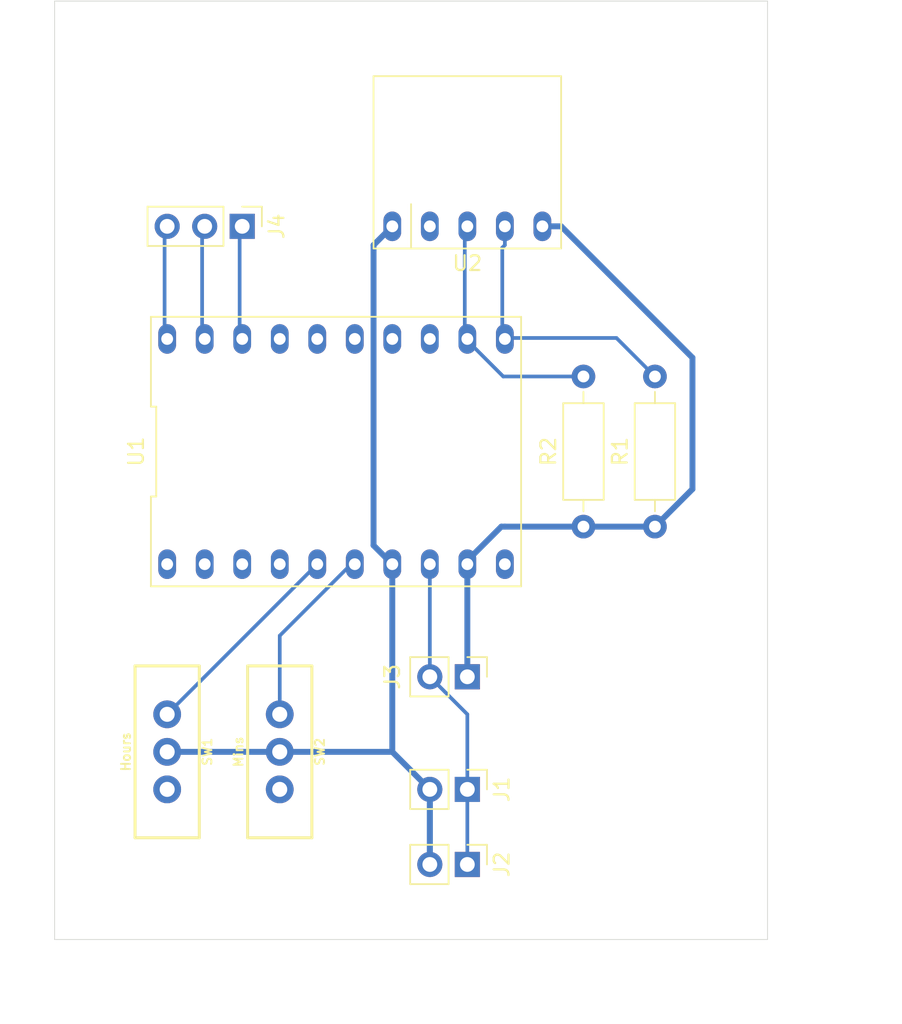
<source format=kicad_pcb>
(kicad_pcb (version 20171130) (host pcbnew 5.1.12-5.1.12)

  (general
    (thickness 1.6)
    (drawings 30)
    (tracks 43)
    (zones 0)
    (modules 10)
    (nets 24)
  )

  (page User 210.007 148.006)
  (layers
    (0 F.Cu signal)
    (31 B.Cu signal)
    (32 B.Adhes user)
    (33 F.Adhes user)
    (34 B.Paste user)
    (35 F.Paste user)
    (36 B.SilkS user)
    (37 F.SilkS user)
    (38 B.Mask user)
    (39 F.Mask user)
    (40 Dwgs.User user)
    (41 Cmts.User user)
    (42 Eco1.User user)
    (43 Eco2.User user)
    (44 Edge.Cuts user)
    (45 Margin user)
    (46 B.CrtYd user)
    (47 F.CrtYd user)
    (48 B.Fab user)
    (49 F.Fab user hide)
  )

  (setup
    (last_trace_width 0.25)
    (trace_clearance 0.2)
    (zone_clearance 0.508)
    (zone_45_only no)
    (trace_min 0.2)
    (via_size 0.8)
    (via_drill 0.4)
    (via_min_size 0.4)
    (via_min_drill 0.3)
    (uvia_size 0.3)
    (uvia_drill 0.1)
    (uvias_allowed no)
    (uvia_min_size 0.2)
    (uvia_min_drill 0.1)
    (edge_width 0.05)
    (segment_width 0.2)
    (pcb_text_width 0.3)
    (pcb_text_size 1.5 1.5)
    (mod_edge_width 0.12)
    (mod_text_size 1 1)
    (mod_text_width 0.15)
    (pad_size 1.524 1.524)
    (pad_drill 0.762)
    (pad_to_mask_clearance 0)
    (aux_axis_origin 0 0)
    (visible_elements FFFFFF7F)
    (pcbplotparams
      (layerselection 0x010fc_ffffffff)
      (usegerberextensions false)
      (usegerberattributes true)
      (usegerberadvancedattributes true)
      (creategerberjobfile true)
      (excludeedgelayer true)
      (linewidth 0.100000)
      (plotframeref false)
      (viasonmask false)
      (mode 1)
      (useauxorigin false)
      (hpglpennumber 1)
      (hpglpenspeed 20)
      (hpglpendiameter 15.000000)
      (psnegative false)
      (psa4output false)
      (plotreference true)
      (plotvalue true)
      (plotinvisibletext false)
      (padsonsilk false)
      (subtractmaskfromsilk false)
      (outputformat 1)
      (mirror false)
      (drillshape 1)
      (scaleselection 1)
      (outputdirectory ""))
  )

  (net 0 "")
  (net 1 GND)
  (net 2 "Net-(U1-Pad10)")
  (net 3 "Net-(U1-Pad13)")
  (net 4 "Net-(U1-Pad14)")
  (net 5 "Net-(U1-Pad15)")
  (net 6 "Net-(U1-Pad16)")
  (net 7 "Net-(U1-Pad4)")
  (net 8 "Net-(U1-Pad17)")
  (net 9 "Net-(U1-Pad3)")
  (net 10 "Net-(U1-Pad2)")
  (net 11 "Net-(U1-Pad1)")
  (net 12 "Net-(R1-Pad2)")
  (net 13 "Net-(R2-Pad2)")
  (net 14 "Net-(U2-Pad2)")
  (net 15 "Net-(SW1-Pad3)")
  (net 16 "Net-(SW1-Pad1)")
  (net 17 "Net-(SW2-Pad3)")
  (net 18 "Net-(SW2-Pad1)")
  (net 19 "Net-(J1-Pad1)")
  (net 20 VCC)
  (net 21 "Net-(J4-Pad3)")
  (net 22 "Net-(J4-Pad2)")
  (net 23 "Net-(J4-Pad1)")

  (net_class Default "This is the default net class."
    (clearance 0.2)
    (trace_width 0.25)
    (via_dia 0.8)
    (via_drill 0.4)
    (uvia_dia 0.3)
    (uvia_drill 0.1)
    (add_net "Net-(J1-Pad1)")
    (add_net "Net-(J4-Pad1)")
    (add_net "Net-(J4-Pad2)")
    (add_net "Net-(J4-Pad3)")
    (add_net "Net-(R1-Pad2)")
    (add_net "Net-(R2-Pad2)")
    (add_net "Net-(SW1-Pad1)")
    (add_net "Net-(SW1-Pad3)")
    (add_net "Net-(SW2-Pad1)")
    (add_net "Net-(SW2-Pad3)")
    (add_net "Net-(U1-Pad1)")
    (add_net "Net-(U1-Pad10)")
    (add_net "Net-(U1-Pad13)")
    (add_net "Net-(U1-Pad14)")
    (add_net "Net-(U1-Pad16)")
    (add_net "Net-(U1-Pad17)")
    (add_net "Net-(U1-Pad2)")
    (add_net "Net-(U1-Pad3)")
    (add_net "Net-(U1-Pad4)")
    (add_net "Net-(U2-Pad2)")
  )

  (net_class POWER ""
    (clearance 0.2)
    (trace_width 0.4)
    (via_dia 0.8)
    (via_drill 0.4)
    (uvia_dia 0.3)
    (uvia_drill 0.1)
    (add_net GND)
    (add_net "Net-(U1-Pad15)")
    (add_net VCC)
  )

  (module Ken:DS3231_Module (layer F.Cu) (tedit 620F349E) (tstamp 6215123D)
    (at 106.68 43.18)
    (path /6214C2D8)
    (fp_text reference U2 (at 0 2.5) (layer F.SilkS)
      (effects (font (size 1 1) (thickness 0.15)))
    )
    (fp_text value DS3231Module (at 0 -2.5) (layer F.Fab)
      (effects (font (size 1 1) (thickness 0.15)))
    )
    (fp_line (start -6.35 -10.16) (end 6.35 -10.16) (layer F.SilkS) (width 0.12))
    (fp_line (start 6.35 -10.16) (end 6.35 1.5) (layer F.SilkS) (width 0.12))
    (fp_line (start 6.35 1.5) (end -6.35 1.5) (layer F.SilkS) (width 0.12))
    (fp_line (start -6.35 1.5) (end -6.35 -10.16) (layer F.SilkS) (width 0.12))
    (fp_line (start -3.81 -1.5) (end -3.81 1.5) (layer F.SilkS) (width 0.12))
    (fp_line (start -5.93 -1.25) (end 5.93 -1.25) (layer F.CrtYd) (width 0.05))
    (fp_line (start 5.93 -1.25) (end 5.93 1.25) (layer F.CrtYd) (width 0.05))
    (fp_line (start 5.93 1.25) (end -5.93 1.25) (layer F.CrtYd) (width 0.05))
    (fp_line (start -5.93 1.25) (end -5.93 -1.25) (layer F.CrtYd) (width 0.05))
    (pad 5 thru_hole oval (at 5.08 0) (size 1.2 2) (drill 0.8) (layers *.Cu *.Mask)
      (net 20 VCC))
    (pad 4 thru_hole oval (at 2.54 0) (size 1.2 2) (drill 0.8) (layers *.Cu *.Mask)
      (net 12 "Net-(R1-Pad2)"))
    (pad 3 thru_hole oval (at 0 0) (size 1.2 2) (drill 0.8) (layers *.Cu *.Mask)
      (net 13 "Net-(R2-Pad2)"))
    (pad 2 thru_hole oval (at -2.54 0) (size 1.2 2) (drill 0.8) (layers *.Cu *.Mask)
      (net 14 "Net-(U2-Pad2)"))
    (pad 1 thru_hole oval (at -5.08 0) (size 1.2 2) (drill 0.8) (layers *.Cu *.Mask)
      (net 1 GND))
  )

  (module Ken:DIP-20_600_ELL (layer F.Cu) (tedit 0) (tstamp 62150D18)
    (at 97.79 58.42)
    (path /6214C009)
    (fp_text reference U1 (at -13.53 0 90) (layer F.SilkS)
      (effects (font (size 1 1) (thickness 0.15)))
    )
    (fp_text value STM8Module (at 0 0) (layer F.Fab)
      (effects (font (size 1 1) (thickness 0.15)))
    )
    (fp_line (start -12.28 8.87) (end -12.28 -8.87) (layer F.CrtYd) (width 0.05))
    (fp_line (start 12.28 8.87) (end -12.28 8.87) (layer F.CrtYd) (width 0.05))
    (fp_line (start 12.28 -8.87) (end 12.28 8.87) (layer F.CrtYd) (width 0.05))
    (fp_line (start -12.28 -8.87) (end 12.28 -8.87) (layer F.CrtYd) (width 0.05))
    (fp_line (start -12.53 3.039999) (end -12.53 9.12) (layer F.SilkS) (width 0.12))
    (fp_line (start -12.17 3.039999) (end -12.53 3.039999) (layer F.SilkS) (width 0.12))
    (fp_line (start -12.17 -3.04) (end -12.17 3.039999) (layer F.SilkS) (width 0.12))
    (fp_line (start -12.53 -3.04) (end -12.17 -3.04) (layer F.SilkS) (width 0.12))
    (fp_line (start -12.53 -9.12) (end -12.53 -3.04) (layer F.SilkS) (width 0.12))
    (fp_line (start 12.53 -9.12) (end -12.53 -9.12) (layer F.SilkS) (width 0.12))
    (fp_line (start 12.53 9.12) (end 12.53 -9.12) (layer F.SilkS) (width 0.12))
    (fp_line (start -12.53 9.12) (end 12.53 9.12) (layer F.SilkS) (width 0.12))
    (pad 10 thru_hole oval (at 11.43 7.62) (size 1.2 2) (drill 0.8) (layers *.Cu *.Mask)
      (net 2 "Net-(U1-Pad10)"))
    (pad 11 thru_hole oval (at 11.43 -7.62) (size 1.2 2) (drill 0.8) (layers *.Cu *.Mask)
      (net 12 "Net-(R1-Pad2)"))
    (pad 9 thru_hole oval (at 8.89 7.62) (size 1.2 2) (drill 0.8) (layers *.Cu *.Mask)
      (net 20 VCC))
    (pad 12 thru_hole oval (at 8.89 -7.62) (size 1.2 2) (drill 0.8) (layers *.Cu *.Mask)
      (net 13 "Net-(R2-Pad2)"))
    (pad 8 thru_hole oval (at 6.35 7.62) (size 1.2 2) (drill 0.8) (layers *.Cu *.Mask)
      (net 19 "Net-(J1-Pad1)"))
    (pad 13 thru_hole oval (at 6.35 -7.62) (size 1.2 2) (drill 0.8) (layers *.Cu *.Mask)
      (net 3 "Net-(U1-Pad13)"))
    (pad 7 thru_hole oval (at 3.81 7.62) (size 1.2 2) (drill 0.8) (layers *.Cu *.Mask)
      (net 1 GND))
    (pad 14 thru_hole oval (at 3.81 -7.62) (size 1.2 2) (drill 0.8) (layers *.Cu *.Mask)
      (net 4 "Net-(U1-Pad14)"))
    (pad 6 thru_hole oval (at 1.27 7.62) (size 1.2 2) (drill 0.8) (layers *.Cu *.Mask)
      (net 17 "Net-(SW2-Pad3)"))
    (pad 15 thru_hole oval (at 1.27 -7.62) (size 1.2 2) (drill 0.8) (layers *.Cu *.Mask)
      (net 5 "Net-(U1-Pad15)"))
    (pad 5 thru_hole oval (at -1.27 7.62) (size 1.2 2) (drill 0.8) (layers *.Cu *.Mask)
      (net 15 "Net-(SW1-Pad3)"))
    (pad 16 thru_hole oval (at -1.27 -7.62) (size 1.2 2) (drill 0.8) (layers *.Cu *.Mask)
      (net 6 "Net-(U1-Pad16)"))
    (pad 4 thru_hole oval (at -3.81 7.62) (size 1.2 2) (drill 0.8) (layers *.Cu *.Mask)
      (net 7 "Net-(U1-Pad4)"))
    (pad 17 thru_hole oval (at -3.81 -7.62) (size 1.2 2) (drill 0.8) (layers *.Cu *.Mask)
      (net 8 "Net-(U1-Pad17)"))
    (pad 3 thru_hole oval (at -6.35 7.62) (size 1.2 2) (drill 0.8) (layers *.Cu *.Mask)
      (net 9 "Net-(U1-Pad3)"))
    (pad 18 thru_hole oval (at -6.35 -7.62) (size 1.2 2) (drill 0.8) (layers *.Cu *.Mask)
      (net 23 "Net-(J4-Pad1)"))
    (pad 2 thru_hole oval (at -8.89 7.62) (size 1.2 2) (drill 0.8) (layers *.Cu *.Mask)
      (net 10 "Net-(U1-Pad2)"))
    (pad 19 thru_hole oval (at -8.89 -7.62) (size 1.2 2) (drill 0.8) (layers *.Cu *.Mask)
      (net 22 "Net-(J4-Pad2)"))
    (pad 1 thru_hole oval (at -11.43 7.62) (size 1.2 2) (drill 0.8) (layers *.Cu *.Mask)
      (net 11 "Net-(U1-Pad1)"))
    (pad 20 thru_hole oval (at -11.43 -7.62) (size 1.2 2) (drill 0.8) (layers *.Cu *.Mask)
      (net 21 "Net-(J4-Pad3)"))
  )

  (module Connector_PinHeader_2.54mm:PinHeader_1x03_P2.54mm_Vertical (layer F.Cu) (tedit 59FED5CC) (tstamp 620C201D)
    (at 91.44 43.18 270)
    (descr "Through hole straight pin header, 1x03, 2.54mm pitch, single row")
    (tags "Through hole pin header THT 1x03 2.54mm single row")
    (path /620C664D)
    (fp_text reference J4 (at 0 -2.33 90) (layer F.SilkS)
      (effects (font (size 1 1) (thickness 0.15)))
    )
    (fp_text value "SR display" (at 0 7.41 90) (layer F.Fab)
      (effects (font (size 1 1) (thickness 0.15)))
    )
    (fp_line (start -0.635 -1.27) (end 1.27 -1.27) (layer F.Fab) (width 0.1))
    (fp_line (start 1.27 -1.27) (end 1.27 6.35) (layer F.Fab) (width 0.1))
    (fp_line (start 1.27 6.35) (end -1.27 6.35) (layer F.Fab) (width 0.1))
    (fp_line (start -1.27 6.35) (end -1.27 -0.635) (layer F.Fab) (width 0.1))
    (fp_line (start -1.27 -0.635) (end -0.635 -1.27) (layer F.Fab) (width 0.1))
    (fp_line (start -1.33 6.41) (end 1.33 6.41) (layer F.SilkS) (width 0.12))
    (fp_line (start -1.33 1.27) (end -1.33 6.41) (layer F.SilkS) (width 0.12))
    (fp_line (start 1.33 1.27) (end 1.33 6.41) (layer F.SilkS) (width 0.12))
    (fp_line (start -1.33 1.27) (end 1.33 1.27) (layer F.SilkS) (width 0.12))
    (fp_line (start -1.33 0) (end -1.33 -1.33) (layer F.SilkS) (width 0.12))
    (fp_line (start -1.33 -1.33) (end 0 -1.33) (layer F.SilkS) (width 0.12))
    (fp_line (start -1.8 -1.8) (end -1.8 6.85) (layer F.CrtYd) (width 0.05))
    (fp_line (start -1.8 6.85) (end 1.8 6.85) (layer F.CrtYd) (width 0.05))
    (fp_line (start 1.8 6.85) (end 1.8 -1.8) (layer F.CrtYd) (width 0.05))
    (fp_line (start 1.8 -1.8) (end -1.8 -1.8) (layer F.CrtYd) (width 0.05))
    (fp_text user %R (at 0 2.54) (layer F.Fab)
      (effects (font (size 1 1) (thickness 0.15)))
    )
    (pad 3 thru_hole oval (at 0 5.08 270) (size 1.7 1.7) (drill 1) (layers *.Cu *.Mask)
      (net 21 "Net-(J4-Pad3)"))
    (pad 2 thru_hole oval (at 0 2.54 270) (size 1.7 1.7) (drill 1) (layers *.Cu *.Mask)
      (net 22 "Net-(J4-Pad2)"))
    (pad 1 thru_hole rect (at 0 0 270) (size 1.7 1.7) (drill 1) (layers *.Cu *.Mask)
      (net 23 "Net-(J4-Pad1)"))
    (model ${KISYS3DMOD}/Connector_PinHeader_2.54mm.3dshapes/PinHeader_1x03_P2.54mm_Vertical.wrl
      (at (xyz 0 0 0))
      (scale (xyz 1 1 1))
      (rotate (xyz 0 0 0))
    )
  )

  (module Connector_PinHeader_2.54mm:PinHeader_1x02_P2.54mm_Vertical (layer F.Cu) (tedit 59FED5CC) (tstamp 6211BEC9)
    (at 106.68 86.36 270)
    (descr "Through hole straight pin header, 1x02, 2.54mm pitch, single row")
    (tags "Through hole pin header THT 1x02 2.54mm single row")
    (path /6211BE04)
    (fp_text reference J2 (at 0 -2.33 90) (layer F.SilkS)
      (effects (font (size 1 1) (thickness 0.15)))
    )
    (fp_text value Power (at 0 4.87 90) (layer F.Fab)
      (effects (font (size 1 1) (thickness 0.15)))
    )
    (fp_line (start -0.635 -1.27) (end 1.27 -1.27) (layer F.Fab) (width 0.1))
    (fp_line (start 1.27 -1.27) (end 1.27 3.81) (layer F.Fab) (width 0.1))
    (fp_line (start 1.27 3.81) (end -1.27 3.81) (layer F.Fab) (width 0.1))
    (fp_line (start -1.27 3.81) (end -1.27 -0.635) (layer F.Fab) (width 0.1))
    (fp_line (start -1.27 -0.635) (end -0.635 -1.27) (layer F.Fab) (width 0.1))
    (fp_line (start -1.33 3.87) (end 1.33 3.87) (layer F.SilkS) (width 0.12))
    (fp_line (start -1.33 1.27) (end -1.33 3.87) (layer F.SilkS) (width 0.12))
    (fp_line (start 1.33 1.27) (end 1.33 3.87) (layer F.SilkS) (width 0.12))
    (fp_line (start -1.33 1.27) (end 1.33 1.27) (layer F.SilkS) (width 0.12))
    (fp_line (start -1.33 0) (end -1.33 -1.33) (layer F.SilkS) (width 0.12))
    (fp_line (start -1.33 -1.33) (end 0 -1.33) (layer F.SilkS) (width 0.12))
    (fp_line (start -1.8 -1.8) (end -1.8 4.35) (layer F.CrtYd) (width 0.05))
    (fp_line (start -1.8 4.35) (end 1.8 4.35) (layer F.CrtYd) (width 0.05))
    (fp_line (start 1.8 4.35) (end 1.8 -1.8) (layer F.CrtYd) (width 0.05))
    (fp_line (start 1.8 -1.8) (end -1.8 -1.8) (layer F.CrtYd) (width 0.05))
    (fp_text user %R (at 0 1.27) (layer F.Fab)
      (effects (font (size 1 1) (thickness 0.15)))
    )
    (pad 2 thru_hole oval (at 0 2.54 270) (size 1.7 1.7) (drill 1) (layers *.Cu *.Mask)
      (net 1 GND))
    (pad 1 thru_hole rect (at 0 0 270) (size 1.7 1.7) (drill 1) (layers *.Cu *.Mask)
      (net 19 "Net-(J1-Pad1)"))
    (model ${KISYS3DMOD}/Connector_PinHeader_2.54mm.3dshapes/PinHeader_1x02_P2.54mm_Vertical.wrl
      (at (xyz 0 0 0))
      (scale (xyz 1 1 1))
      (rotate (xyz 0 0 0))
    )
  )

  (module Connector_PinHeader_2.54mm:PinHeader_1x02_P2.54mm_Vertical (layer F.Cu) (tedit 59FED5CC) (tstamp 620FA116)
    (at 106.68 81.28 270)
    (descr "Through hole straight pin header, 1x02, 2.54mm pitch, single row")
    (tags "Through hole pin header THT 1x02 2.54mm single row")
    (path /620FBC65)
    (fp_text reference J1 (at 0 -2.33 90) (layer F.SilkS)
      (effects (font (size 1 1) (thickness 0.15)))
    )
    (fp_text value Power (at 0 4.87 90) (layer F.Fab)
      (effects (font (size 1 1) (thickness 0.15)))
    )
    (fp_line (start -0.635 -1.27) (end 1.27 -1.27) (layer F.Fab) (width 0.1))
    (fp_line (start 1.27 -1.27) (end 1.27 3.81) (layer F.Fab) (width 0.1))
    (fp_line (start 1.27 3.81) (end -1.27 3.81) (layer F.Fab) (width 0.1))
    (fp_line (start -1.27 3.81) (end -1.27 -0.635) (layer F.Fab) (width 0.1))
    (fp_line (start -1.27 -0.635) (end -0.635 -1.27) (layer F.Fab) (width 0.1))
    (fp_line (start -1.33 3.87) (end 1.33 3.87) (layer F.SilkS) (width 0.12))
    (fp_line (start -1.33 1.27) (end -1.33 3.87) (layer F.SilkS) (width 0.12))
    (fp_line (start 1.33 1.27) (end 1.33 3.87) (layer F.SilkS) (width 0.12))
    (fp_line (start -1.33 1.27) (end 1.33 1.27) (layer F.SilkS) (width 0.12))
    (fp_line (start -1.33 0) (end -1.33 -1.33) (layer F.SilkS) (width 0.12))
    (fp_line (start -1.33 -1.33) (end 0 -1.33) (layer F.SilkS) (width 0.12))
    (fp_line (start -1.8 -1.8) (end -1.8 4.35) (layer F.CrtYd) (width 0.05))
    (fp_line (start -1.8 4.35) (end 1.8 4.35) (layer F.CrtYd) (width 0.05))
    (fp_line (start 1.8 4.35) (end 1.8 -1.8) (layer F.CrtYd) (width 0.05))
    (fp_line (start 1.8 -1.8) (end -1.8 -1.8) (layer F.CrtYd) (width 0.05))
    (fp_text user %R (at 0 1.27) (layer F.Fab)
      (effects (font (size 1 1) (thickness 0.15)))
    )
    (pad 2 thru_hole oval (at 0 2.54 270) (size 1.7 1.7) (drill 1) (layers *.Cu *.Mask)
      (net 1 GND))
    (pad 1 thru_hole rect (at 0 0 270) (size 1.7 1.7) (drill 1) (layers *.Cu *.Mask)
      (net 19 "Net-(J1-Pad1)"))
    (model ${KISYS3DMOD}/Connector_PinHeader_2.54mm.3dshapes/PinHeader_1x02_P2.54mm_Vertical.wrl
      (at (xyz 0 0 0))
      (scale (xyz 1 1 1))
      (rotate (xyz 0 0 0))
    )
  )

  (module Switches:SWITCH_SPDT_PTH_11.6X4.0MM (layer F.Cu) (tedit 200000) (tstamp 620C1FD1)
    (at 93.98 78.74 180)
    (descr "SPDT PTH SLIDE SWITCH")
    (tags "SPDT PTH SLIDE SWITCH")
    (path /5E17111F)
    (attr virtual)
    (fp_text reference SW2 (at -2.7178 0 90) (layer F.SilkS)
      (effects (font (size 0.6096 0.6096) (thickness 0.127)))
    )
    (fp_text value Mins (at 2.794 0 90) (layer F.SilkS)
      (effects (font (size 0.6096 0.6096) (thickness 0.127)))
    )
    (fp_line (start 2.17424 5.81406) (end 2.17424 -5.81406) (layer F.SilkS) (width 0.2032))
    (fp_line (start -2.17424 5.81406) (end 2.17424 5.81406) (layer F.SilkS) (width 0.2032))
    (fp_line (start -2.17424 -5.81406) (end -2.17424 5.81406) (layer F.SilkS) (width 0.2032))
    (fp_line (start 2.17424 -5.81406) (end -2.17424 -5.81406) (layer F.SilkS) (width 0.2032))
    (pad 3 thru_hole circle (at 0 2.54 180) (size 1.8796 1.8796) (drill 1.016) (layers *.Cu *.Mask)
      (net 17 "Net-(SW2-Pad3)") (solder_mask_margin 0.1016))
    (pad 2 thru_hole circle (at 0 0 180) (size 1.8796 1.8796) (drill 1.016) (layers *.Cu *.Mask)
      (net 1 GND) (solder_mask_margin 0.1016))
    (pad 1 thru_hole circle (at 0 -2.54 180) (size 1.8796 1.8796) (drill 1.016) (layers *.Cu *.Mask)
      (net 18 "Net-(SW2-Pad1)") (solder_mask_margin 0.1016))
  )

  (module Switches:SWITCH_SPDT_PTH_11.6X4.0MM (layer F.Cu) (tedit 200000) (tstamp 620C1F41)
    (at 86.36 78.74 180)
    (descr "SPDT PTH SLIDE SWITCH")
    (tags "SPDT PTH SLIDE SWITCH")
    (path /5E170521)
    (attr virtual)
    (fp_text reference SW1 (at -2.7178 0 90) (layer F.SilkS)
      (effects (font (size 0.6096 0.6096) (thickness 0.127)))
    )
    (fp_text value Hours (at 2.794 0 90) (layer F.SilkS)
      (effects (font (size 0.6096 0.6096) (thickness 0.127)))
    )
    (fp_line (start 2.17424 5.81406) (end 2.17424 -5.81406) (layer F.SilkS) (width 0.2032))
    (fp_line (start -2.17424 5.81406) (end 2.17424 5.81406) (layer F.SilkS) (width 0.2032))
    (fp_line (start -2.17424 -5.81406) (end -2.17424 5.81406) (layer F.SilkS) (width 0.2032))
    (fp_line (start 2.17424 -5.81406) (end -2.17424 -5.81406) (layer F.SilkS) (width 0.2032))
    (pad 3 thru_hole circle (at 0 2.54 180) (size 1.8796 1.8796) (drill 1.016) (layers *.Cu *.Mask)
      (net 15 "Net-(SW1-Pad3)") (solder_mask_margin 0.1016))
    (pad 2 thru_hole circle (at 0 0 180) (size 1.8796 1.8796) (drill 1.016) (layers *.Cu *.Mask)
      (net 1 GND) (solder_mask_margin 0.1016))
    (pad 1 thru_hole circle (at 0 -2.54 180) (size 1.8796 1.8796) (drill 1.016) (layers *.Cu *.Mask)
      (net 16 "Net-(SW1-Pad1)") (solder_mask_margin 0.1016))
  )

  (module Resistor_THT:R_Axial_DIN0207_L6.3mm_D2.5mm_P10.16mm_Horizontal (layer F.Cu) (tedit 5AE5139B) (tstamp 620F9C5B)
    (at 114.54 63.5 90)
    (descr "Resistor, Axial_DIN0207 series, Axial, Horizontal, pin pitch=10.16mm, 0.25W = 1/4W, length*diameter=6.3*2.5mm^2, http://cdn-reichelt.de/documents/datenblatt/B400/1_4W%23YAG.pdf")
    (tags "Resistor Axial_DIN0207 series Axial Horizontal pin pitch 10.16mm 0.25W = 1/4W length 6.3mm diameter 2.5mm")
    (path /620F743A)
    (fp_text reference R2 (at 5.08 -2.37 90) (layer F.SilkS)
      (effects (font (size 1 1) (thickness 0.15)))
    )
    (fp_text value 4k7 (at 5.08 2.37 90) (layer F.Fab)
      (effects (font (size 1 1) (thickness 0.15)))
    )
    (fp_line (start 11.21 -1.5) (end -1.05 -1.5) (layer F.CrtYd) (width 0.05))
    (fp_line (start 11.21 1.5) (end 11.21 -1.5) (layer F.CrtYd) (width 0.05))
    (fp_line (start -1.05 1.5) (end 11.21 1.5) (layer F.CrtYd) (width 0.05))
    (fp_line (start -1.05 -1.5) (end -1.05 1.5) (layer F.CrtYd) (width 0.05))
    (fp_line (start 9.12 0) (end 8.35 0) (layer F.SilkS) (width 0.12))
    (fp_line (start 1.04 0) (end 1.81 0) (layer F.SilkS) (width 0.12))
    (fp_line (start 8.35 -1.37) (end 1.81 -1.37) (layer F.SilkS) (width 0.12))
    (fp_line (start 8.35 1.37) (end 8.35 -1.37) (layer F.SilkS) (width 0.12))
    (fp_line (start 1.81 1.37) (end 8.35 1.37) (layer F.SilkS) (width 0.12))
    (fp_line (start 1.81 -1.37) (end 1.81 1.37) (layer F.SilkS) (width 0.12))
    (fp_line (start 10.16 0) (end 8.23 0) (layer F.Fab) (width 0.1))
    (fp_line (start 0 0) (end 1.93 0) (layer F.Fab) (width 0.1))
    (fp_line (start 8.23 -1.25) (end 1.93 -1.25) (layer F.Fab) (width 0.1))
    (fp_line (start 8.23 1.25) (end 8.23 -1.25) (layer F.Fab) (width 0.1))
    (fp_line (start 1.93 1.25) (end 8.23 1.25) (layer F.Fab) (width 0.1))
    (fp_line (start 1.93 -1.25) (end 1.93 1.25) (layer F.Fab) (width 0.1))
    (fp_text user %R (at 5.08 0 90) (layer F.Fab)
      (effects (font (size 1 1) (thickness 0.15)))
    )
    (pad 2 thru_hole oval (at 10.16 0 90) (size 1.6 1.6) (drill 0.8) (layers *.Cu *.Mask)
      (net 13 "Net-(R2-Pad2)"))
    (pad 1 thru_hole circle (at 0 0 90) (size 1.6 1.6) (drill 0.8) (layers *.Cu *.Mask)
      (net 20 VCC))
    (model ${KISYS3DMOD}/Resistor_THT.3dshapes/R_Axial_DIN0207_L6.3mm_D2.5mm_P10.16mm_Horizontal.wrl
      (at (xyz 0 0 0))
      (scale (xyz 1 1 1))
      (rotate (xyz 0 0 0))
    )
  )

  (module Resistor_THT:R_Axial_DIN0207_L6.3mm_D2.5mm_P10.16mm_Horizontal (layer F.Cu) (tedit 5AE5139B) (tstamp 620F9EE5)
    (at 119.38 63.5 90)
    (descr "Resistor, Axial_DIN0207 series, Axial, Horizontal, pin pitch=10.16mm, 0.25W = 1/4W, length*diameter=6.3*2.5mm^2, http://cdn-reichelt.de/documents/datenblatt/B400/1_4W%23YAG.pdf")
    (tags "Resistor Axial_DIN0207 series Axial Horizontal pin pitch 10.16mm 0.25W = 1/4W length 6.3mm diameter 2.5mm")
    (path /620F73A3)
    (fp_text reference R1 (at 5.08 -2.37 90) (layer F.SilkS)
      (effects (font (size 1 1) (thickness 0.15)))
    )
    (fp_text value 4k7 (at 5.08 2.37 90) (layer F.Fab)
      (effects (font (size 1 1) (thickness 0.15)))
    )
    (fp_line (start 11.21 -1.5) (end -1.05 -1.5) (layer F.CrtYd) (width 0.05))
    (fp_line (start 11.21 1.5) (end 11.21 -1.5) (layer F.CrtYd) (width 0.05))
    (fp_line (start -1.05 1.5) (end 11.21 1.5) (layer F.CrtYd) (width 0.05))
    (fp_line (start -1.05 -1.5) (end -1.05 1.5) (layer F.CrtYd) (width 0.05))
    (fp_line (start 9.12 0) (end 8.35 0) (layer F.SilkS) (width 0.12))
    (fp_line (start 1.04 0) (end 1.81 0) (layer F.SilkS) (width 0.12))
    (fp_line (start 8.35 -1.37) (end 1.81 -1.37) (layer F.SilkS) (width 0.12))
    (fp_line (start 8.35 1.37) (end 8.35 -1.37) (layer F.SilkS) (width 0.12))
    (fp_line (start 1.81 1.37) (end 8.35 1.37) (layer F.SilkS) (width 0.12))
    (fp_line (start 1.81 -1.37) (end 1.81 1.37) (layer F.SilkS) (width 0.12))
    (fp_line (start 10.16 0) (end 8.23 0) (layer F.Fab) (width 0.1))
    (fp_line (start 0 0) (end 1.93 0) (layer F.Fab) (width 0.1))
    (fp_line (start 8.23 -1.25) (end 1.93 -1.25) (layer F.Fab) (width 0.1))
    (fp_line (start 8.23 1.25) (end 8.23 -1.25) (layer F.Fab) (width 0.1))
    (fp_line (start 1.93 1.25) (end 8.23 1.25) (layer F.Fab) (width 0.1))
    (fp_line (start 1.93 -1.25) (end 1.93 1.25) (layer F.Fab) (width 0.1))
    (fp_text user %R (at 5.08 0 90) (layer F.Fab)
      (effects (font (size 1 1) (thickness 0.15)))
    )
    (pad 2 thru_hole oval (at 10.16 0 90) (size 1.6 1.6) (drill 0.8) (layers *.Cu *.Mask)
      (net 12 "Net-(R1-Pad2)"))
    (pad 1 thru_hole circle (at 0 0 90) (size 1.6 1.6) (drill 0.8) (layers *.Cu *.Mask)
      (net 20 VCC))
    (model ${KISYS3DMOD}/Resistor_THT.3dshapes/R_Axial_DIN0207_L6.3mm_D2.5mm_P10.16mm_Horizontal.wrl
      (at (xyz 0 0 0))
      (scale (xyz 1 1 1))
      (rotate (xyz 0 0 0))
    )
  )

  (module Connector_PinHeader_2.54mm:PinHeader_1x02_P2.54mm_Vertical (layer F.Cu) (tedit 59FED5CC) (tstamp 620C1F8C)
    (at 106.68 73.66 270)
    (descr "Through hole straight pin header, 1x02, 2.54mm pitch, single row")
    (tags "Through hole pin header THT 1x02 2.54mm single row")
    (path /5E29C6D2)
    (fp_text reference J3 (at 0 5.08 90) (layer F.SilkS)
      (effects (font (size 1 1) (thickness 0.15)))
    )
    (fp_text value "3V3 Bypass" (at 0 -5.08 90) (layer F.Fab)
      (effects (font (size 1 1) (thickness 0.15)))
    )
    (fp_line (start -0.635 -1.27) (end 1.27 -1.27) (layer F.Fab) (width 0.1))
    (fp_line (start 1.27 -1.27) (end 1.27 3.81) (layer F.Fab) (width 0.1))
    (fp_line (start 1.27 3.81) (end -1.27 3.81) (layer F.Fab) (width 0.1))
    (fp_line (start -1.27 3.81) (end -1.27 -0.635) (layer F.Fab) (width 0.1))
    (fp_line (start -1.27 -0.635) (end -0.635 -1.27) (layer F.Fab) (width 0.1))
    (fp_line (start -1.33 3.87) (end 1.33 3.87) (layer F.SilkS) (width 0.12))
    (fp_line (start -1.33 1.27) (end -1.33 3.87) (layer F.SilkS) (width 0.12))
    (fp_line (start 1.33 1.27) (end 1.33 3.87) (layer F.SilkS) (width 0.12))
    (fp_line (start -1.33 1.27) (end 1.33 1.27) (layer F.SilkS) (width 0.12))
    (fp_line (start -1.33 0) (end -1.33 -1.33) (layer F.SilkS) (width 0.12))
    (fp_line (start -1.33 -1.33) (end 0 -1.33) (layer F.SilkS) (width 0.12))
    (fp_line (start -1.8 -1.8) (end -1.8 4.35) (layer F.CrtYd) (width 0.05))
    (fp_line (start -1.8 4.35) (end 1.8 4.35) (layer F.CrtYd) (width 0.05))
    (fp_line (start 1.8 4.35) (end 1.8 -1.8) (layer F.CrtYd) (width 0.05))
    (fp_line (start 1.8 -1.8) (end -1.8 -1.8) (layer F.CrtYd) (width 0.05))
    (fp_text user %R (at 0 1.27) (layer F.Fab)
      (effects (font (size 1 1) (thickness 0.15)))
    )
    (pad 2 thru_hole oval (at 0 2.54 270) (size 1.7 1.7) (drill 1) (layers *.Cu *.Mask)
      (net 19 "Net-(J1-Pad1)"))
    (pad 1 thru_hole rect (at 0 0 270) (size 1.7 1.7) (drill 1) (layers *.Cu *.Mask)
      (net 20 VCC))
    (model ${KISYS3DMOD}/Connector_PinHeader_2.54mm.3dshapes/PinHeader_1x02_P2.54mm_Vertical.wrl
      (at (xyz 0 0 0))
      (scale (xyz 1 1 1))
      (rotate (xyz 0 0 0))
    )
  )

  (gr_text X (at 76.2 30.48) (layer Dwgs.User)
    (effects (font (size 1.5 1.5) (thickness 0.3)))
  )
  (gr_text W (at 76.2 33.02) (layer Dwgs.User)
    (effects (font (size 1.5 1.5) (thickness 0.3)))
  )
  (gr_text V (at 76.2 35.56) (layer Dwgs.User)
    (effects (font (size 1.5 1.5) (thickness 0.3)))
  )
  (gr_text U (at 76.2 38.1) (layer Dwgs.User)
    (effects (font (size 1.5 1.5) (thickness 0.3)))
  )
  (gr_text T (at 76.2 40.64) (layer Dwgs.User)
    (effects (font (size 1.5 1.5) (thickness 0.3)))
  )
  (gr_text S (at 76.2 43.18) (layer Dwgs.User)
    (effects (font (size 1.5 1.5) (thickness 0.3)))
  )
  (gr_text R (at 76.2 45.72) (layer Dwgs.User)
    (effects (font (size 1.5 1.5) (thickness 0.3)))
  )
  (gr_text Q (at 76.2 48.26) (layer Dwgs.User)
    (effects (font (size 1.5 1.5) (thickness 0.3)))
  )
  (gr_text P (at 76.2 50.8) (layer Dwgs.User)
    (effects (font (size 1.5 1.5) (thickness 0.3)))
  )
  (gr_text O (at 76.2 53.34) (layer Dwgs.User)
    (effects (font (size 1.5 1.5) (thickness 0.3)))
  )
  (gr_text N (at 76.2 55.88) (layer Dwgs.User)
    (effects (font (size 1.5 1.5) (thickness 0.3)))
  )
  (gr_text M (at 76.2 58.42) (layer Dwgs.User)
    (effects (font (size 1.5 1.5) (thickness 0.3)))
  )
  (gr_text L (at 76.2 60.96) (layer Dwgs.User)
    (effects (font (size 1.5 1.5) (thickness 0.3)))
  )
  (gr_text K (at 76.2 63.5) (layer Dwgs.User)
    (effects (font (size 1.5 1.5) (thickness 0.3)))
  )
  (gr_text J (at 76.2 66.04) (layer Dwgs.User)
    (effects (font (size 1.5 1.5) (thickness 0.3)))
  )
  (gr_text I (at 76.2 68.58) (layer Dwgs.User)
    (effects (font (size 1.5 1.5) (thickness 0.3)))
  )
  (gr_text H (at 76.2 71.12) (layer Dwgs.User)
    (effects (font (size 1.5 1.5) (thickness 0.3)))
  )
  (gr_text G (at 76.2 73.66) (layer Dwgs.User)
    (effects (font (size 1.5 1.5) (thickness 0.3)))
  )
  (gr_text F (at 76.2 76.2) (layer Dwgs.User)
    (effects (font (size 1.5 1.5) (thickness 0.3)))
  )
  (gr_text E (at 76.2 78.74) (layer Dwgs.User)
    (effects (font (size 1.5 1.5) (thickness 0.3)))
  )
  (gr_text D (at 76.2 81.28) (layer Dwgs.User)
    (effects (font (size 1.5 1.5) (thickness 0.3)))
  )
  (gr_text C (at 76.2 83.82) (layer Dwgs.User)
    (effects (font (size 1.5 1.5) (thickness 0.3)))
  )
  (gr_text B (at 76.2 86.36) (layer Dwgs.User)
    (effects (font (size 1.5 1.5) (thickness 0.3)))
  )
  (gr_text A (at 76.2 88.9) (layer Dwgs.User)
    (effects (font (size 1.5 1.5) (thickness 0.3)))
  )
  (dimension 63.5 (width 0.15) (layer Dwgs.User)
    (gr_text "63.500 mm" (at 134.03 59.69 90) (layer Dwgs.User)
      (effects (font (size 1.5 1.5) (thickness 0.3)))
    )
    (feature1 (pts (xy 127 27.94) (xy 132.666421 27.94)))
    (feature2 (pts (xy 127 91.44) (xy 132.666421 91.44)))
    (crossbar (pts (xy 132.08 91.44) (xy 132.08 27.94)))
    (arrow1a (pts (xy 132.08 27.94) (xy 132.666421 29.066504)))
    (arrow1b (pts (xy 132.08 27.94) (xy 131.493579 29.066504)))
    (arrow2a (pts (xy 132.08 91.44) (xy 132.666421 90.313496)))
    (arrow2b (pts (xy 132.08 91.44) (xy 131.493579 90.313496)))
  )
  (dimension 48.26 (width 0.15) (layer Dwgs.User)
    (gr_text "48.260 mm" (at 102.87 98.47) (layer Dwgs.User)
      (effects (font (size 1.5 1.5) (thickness 0.3)))
    )
    (feature1 (pts (xy 127 91.44) (xy 127 97.106421)))
    (feature2 (pts (xy 78.74 91.44) (xy 78.74 97.106421)))
    (crossbar (pts (xy 78.74 96.52) (xy 127 96.52)))
    (arrow1a (pts (xy 127 96.52) (xy 125.873496 97.106421)))
    (arrow1b (pts (xy 127 96.52) (xy 125.873496 95.933579)))
    (arrow2a (pts (xy 78.74 96.52) (xy 79.866504 97.106421)))
    (arrow2b (pts (xy 78.74 96.52) (xy 79.866504 95.933579)))
  )
  (gr_line (start 127 27.94) (end 78.74 27.94) (layer Edge.Cuts) (width 0.05) (tstamp 620F5773))
  (gr_line (start 127 91.44) (end 127 27.94) (layer Edge.Cuts) (width 0.05))
  (gr_line (start 78.74 91.44) (end 127 91.44) (layer Edge.Cuts) (width 0.05))
  (gr_line (start 78.74 27.94) (end 78.74 91.44) (layer Edge.Cuts) (width 0.05))

  (segment (start 101.6 78.74) (end 104.14 81.28) (width 0.4) (layer B.Cu) (net 1))
  (segment (start 86.36 78.74) (end 101.6 78.74) (width 0.4) (layer B.Cu) (net 1))
  (segment (start 101.6 78.74) (end 101.6 66.15) (width 0.4) (layer B.Cu) (net 1))
  (segment (start 101.425 65.975) (end 101.535 65.975) (width 0.4) (layer B.Cu) (net 1))
  (segment (start 101.535 65.975) (end 100.33 64.77) (width 0.4) (layer B.Cu) (net 1))
  (segment (start 100.33 44.45) (end 101.6 43.18) (width 0.4) (layer B.Cu) (net 1))
  (segment (start 100.33 64.77) (end 100.33 44.45) (width 0.4) (layer B.Cu) (net 1))
  (segment (start 104.14 81.28) (end 104.14 86.36) (width 0.4) (layer B.Cu) (net 1))
  (segment (start 104.14 86.36) (end 104.14 81.837094) (width 0.4) (layer B.Cu) (net 1))
  (segment (start 116.775 50.735) (end 109.045 50.735) (width 0.25) (layer B.Cu) (net 12))
  (segment (start 119.38 53.34) (end 116.775 50.735) (width 0.25) (layer B.Cu) (net 12))
  (segment (start 109.045 50.735) (end 109.045 44.625) (width 0.25) (layer B.Cu) (net 12))
  (segment (start 109.22 44.45) (end 109.22 43.18) (width 0.25) (layer B.Cu) (net 12))
  (segment (start 109.045 44.625) (end 109.22 44.45) (width 0.25) (layer B.Cu) (net 12))
  (segment (start 109.11 53.34) (end 106.505 50.735) (width 0.25) (layer B.Cu) (net 13))
  (segment (start 114.54 53.34) (end 109.11 53.34) (width 0.25) (layer B.Cu) (net 13))
  (segment (start 106.505 43.355) (end 106.68 43.18) (width 0.25) (layer B.Cu) (net 13))
  (segment (start 106.505 50.735) (end 106.505 43.355) (width 0.25) (layer B.Cu) (net 13))
  (segment (start 96.345 66.215) (end 96.345 65.975) (width 0.25) (layer B.Cu) (net 15))
  (segment (start 86.36 76.2) (end 96.345 66.215) (width 0.25) (layer B.Cu) (net 15))
  (segment (start 93.98 70.88) (end 98.885 65.975) (width 0.25) (layer B.Cu) (net 17))
  (segment (start 93.98 76.2) (end 93.98 70.88) (width 0.25) (layer B.Cu) (net 17))
  (segment (start 106.68 76.2) (end 104.14 73.66) (width 0.25) (layer B.Cu) (net 19))
  (segment (start 106.68 81.28) (end 106.68 76.2) (width 0.25) (layer B.Cu) (net 19))
  (segment (start 104.14 66.15) (end 103.965 65.975) (width 0.25) (layer B.Cu) (net 19))
  (segment (start 104.14 73.66) (end 104.14 66.15) (width 0.25) (layer B.Cu) (net 19))
  (segment (start 106.68 86.36) (end 106.68 81.28) (width 0.25) (layer B.Cu) (net 19))
  (segment (start 106.68 66.15) (end 106.505 65.975) (width 0.4) (layer B.Cu) (net 20))
  (segment (start 106.68 73.66) (end 106.68 66.15) (width 0.4) (layer B.Cu) (net 20))
  (segment (start 106.505 65.975) (end 108.98 63.5) (width 0.4) (layer B.Cu) (net 20))
  (segment (start 119.38 63.5) (end 114.54 63.5) (width 0.4) (layer B.Cu) (net 20))
  (segment (start 108.98 63.5) (end 109.22 63.5) (width 0.4) (layer B.Cu) (net 20))
  (segment (start 109.22 63.5) (end 114.54 63.5) (width 0.4) (layer B.Cu) (net 20))
  (segment (start 111.76 43.18) (end 113.03 43.18) (width 0.4) (layer B.Cu) (net 20))
  (segment (start 113.03 43.18) (end 121.92 52.07) (width 0.4) (layer B.Cu) (net 20))
  (segment (start 121.92 52.07) (end 121.92 60.96) (width 0.4) (layer B.Cu) (net 20))
  (segment (start 121.92 60.96) (end 119.38 63.5) (width 0.4) (layer B.Cu) (net 20))
  (segment (start 86.185 43.355) (end 86.36 43.18) (width 0.25) (layer B.Cu) (net 21))
  (segment (start 86.185 50.735) (end 86.185 43.355) (width 0.25) (layer B.Cu) (net 21))
  (segment (start 88.725 43.355) (end 88.9 43.18) (width 0.25) (layer B.Cu) (net 22))
  (segment (start 88.725 50.735) (end 88.725 43.355) (width 0.25) (layer B.Cu) (net 22))
  (segment (start 91.265 43.355) (end 91.44 43.18) (width 0.25) (layer B.Cu) (net 23))
  (segment (start 91.265 50.735) (end 91.265 43.355) (width 0.25) (layer B.Cu) (net 23))

  (zone (net 0) (net_name "") (layer F.Cu) (tstamp 0) (hatch edge 0.508)
    (connect_pads (clearance 0.508))
    (min_thickness 0.254)
    (keepout (tracks not_allowed) (vias allowed) (copperpour allowed))
    (fill (arc_segments 32) (thermal_gap 0.508) (thermal_bridge_width 0.508))
    (polygon
      (pts
        (xy 124.46 88.9) (xy 81.28 88.9) (xy 81.28 30.48) (xy 124.46 30.48)
      )
    )
  )
)

</source>
